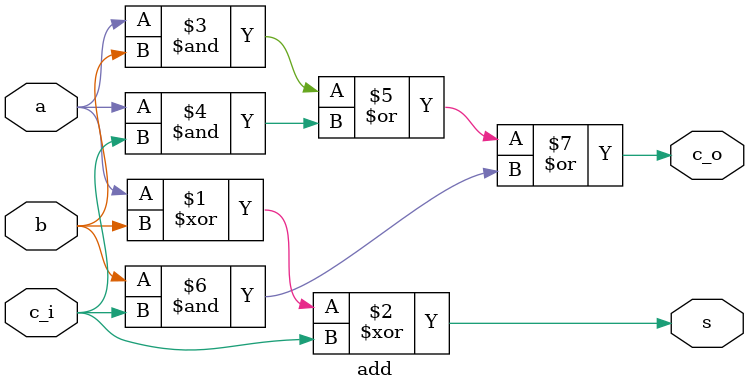
<source format=sv>
module add(
    input logic a,
    input logic b,
    input logic c_i,
    output logic s,
    output logic c_o
);

assign s=a^b^c_i;
assign c_o = (a&b) | (a&c_i) | (b&c_i);

endmodule

</source>
